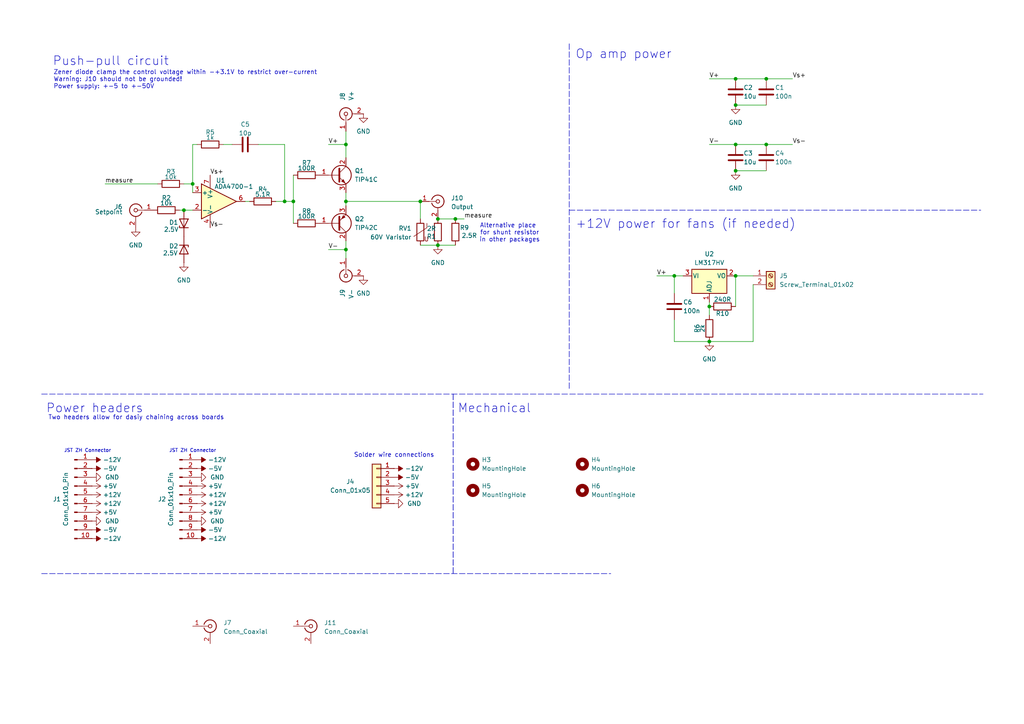
<source format=kicad_sch>
(kicad_sch (version 20250114) (generator "eeschema") (generator_version "9.0")
  (paper "A4")
  (title_block (title "Bipolar Current Driver") (company "UC Berkeley") (comment 1 "Y. Yang"))
  (lib_symbols
    (symbol "Amplifier_Operational:ADA4077-1xR" (pin_names (offset 0.127))
      (property "Reference" "U" (at 0 6.35 0))
      (property "Value" "ADA4077-1xR" (at 0 3.81 0))
      (symbol "ADA4077-1xR_0_1"
        (polyline (pts (xy -5.08 5.08) (xy 5.08 0) (xy -5.08 -5.08) (xy -5.08 5.08)) (stroke (width 0.254)) (fill (type background)))
      )
      (symbol "ADA4077-1xR_1_1"
        (pin input line (at -7.62 2.54 0) (length 2.54) (name "+") (number "3"))
        (pin input line (at -7.62 -2.54 0) (length 2.54) (name "-") (number "2"))
        (pin power_in line (at -2.54 7.62 270) (length 3.81) (name "V+") (number "7"))
        (pin no_connect line (at -2.54 2.54 270) (length 2.54) (hide yes) (name "NC") (number "1"))
        (pin power_in line (at -2.54 -7.62 90) (length 3.81) (name "V-") (number "4"))
        (pin no_connect line (at 0 2.54 270) (length 2.54) (hide yes) (name "NC") (number "5"))
        (pin no_connect line (at 0 -2.54 90) (length 2.54) (hide yes) (name "NC") (number "8"))
        (pin output line (at 7.62 0 180) (length 2.54) (name "~") (number "6"))
      )
    )
    (symbol "Connector:Conn_01x10_Pin" (pin_names (offset 1.016) (hide yes))
      (property "Reference" "J" (at 0 12.7 0))
      (property "Value" "Conn_01x10_Pin" (at 0 -15.24 0))
      (symbol "Conn_01x10_Pin_1_1"
        (rectangle (start 0.8636 10.287) (end 0 10.033) (stroke (width 0.1524)) (fill (type outline)))
        (rectangle (start 0.8636 7.747) (end 0 7.493) (stroke (width 0.1524)) (fill (type outline)))
        (rectangle (start 0.8636 5.207) (end 0 4.953) (stroke (width 0.1524)) (fill (type outline)))
        (rectangle (start 0.8636 2.667) (end 0 2.413) (stroke (width 0.1524)) (fill (type outline)))
        (rectangle (start 0.8636 0.127) (end 0 -0.127) (stroke (width 0.1524)) (fill (type outline)))
        (rectangle (start 0.8636 -2.413) (end 0 -2.667) (stroke (width 0.1524)) (fill (type outline)))
        (rectangle (start 0.8636 -4.953) (end 0 -5.207) (stroke (width 0.1524)) (fill (type outline)))
        (rectangle (start 0.8636 -7.493) (end 0 -7.747) (stroke (width 0.1524)) (fill (type outline)))
        (rectangle (start 0.8636 -10.033) (end 0 -10.287) (stroke (width 0.1524)) (fill (type outline)))
        (rectangle (start 0.8636 -12.573) (end 0 -12.827) (stroke (width 0.1524)) (fill (type outline)))
        (polyline (pts (xy 1.27 10.16) (xy 0.8636 10.16)) (stroke (width 0.1524)))
        (polyline (pts (xy 1.27 7.62) (xy 0.8636 7.62)) (stroke (width 0.1524)))
        (polyline (pts (xy 1.27 5.08) (xy 0.8636 5.08)) (stroke (width 0.1524)))
        (polyline (pts (xy 1.27 2.54) (xy 0.8636 2.54)) (stroke (width 0.1524)))
        (polyline (pts (xy 1.27 0) (xy 0.8636 0)) (stroke (width 0.1524)))
        (polyline (pts (xy 1.27 -2.54) (xy 0.8636 -2.54)) (stroke (width 0.1524)))
        (polyline (pts (xy 1.27 -5.08) (xy 0.8636 -5.08)) (stroke (width 0.1524)))
        (polyline (pts (xy 1.27 -7.62) (xy 0.8636 -7.62)) (stroke (width 0.1524)))
        (polyline (pts (xy 1.27 -10.16) (xy 0.8636 -10.16)) (stroke (width 0.1524)))
        (polyline (pts (xy 1.27 -12.7) (xy 0.8636 -12.7)) (stroke (width 0.1524)))
        (pin passive line (at 5.08 10.16 180) (length 3.81) (name "Pin_1") (number "1"))
        (pin passive line (at 5.08 7.62 180) (length 3.81) (name "Pin_2") (number "2"))
        (pin passive line (at 5.08 5.08 180) (length 3.81) (name "Pin_3") (number "3"))
        (pin passive line (at 5.08 2.54 180) (length 3.81) (name "Pin_4") (number "4"))
        (pin passive line (at 5.08 0 180) (length 3.81) (name "Pin_5") (number "5"))
        (pin passive line (at 5.08 -2.54 180) (length 3.81) (name "Pin_6") (number "6"))
        (pin passive line (at 5.08 -5.08 180) (length 3.81) (name "Pin_7") (number "7"))
        (pin passive line (at 5.08 -7.62 180) (length 3.81) (name "Pin_8") (number "8"))
        (pin passive line (at 5.08 -10.16 180) (length 3.81) (name "Pin_9") (number "9"))
        (pin passive line (at 5.08 -12.7 180) (length 3.81) (name "Pin_10") (number "10"))
      )
    )
    (symbol "Connector:Conn_Coaxial" (pin_names (offset 1.016) (hide yes))
      (property "Reference" "J" (at 0.254 3.048 0))
      (property "Value" "Conn_Coaxial" (at 2.921 0 90))
      (symbol "Conn_Coaxial_0_1"
        (polyline (pts (xy -2.54 0) (xy -0.508 0)))
        (arc (start 1.778 0) (mid 0.222 -1.8079) (end -1.778 -0.508) (stroke (width 0.254)))
        (arc (start -1.778 0.508) (mid 0.2221 1.8084) (end 1.778 0) (stroke (width 0.254)))
        (circle (center 0 0) (radius 0.508) (stroke (width 0.2032)))
        (polyline (pts (xy 0 -2.54) (xy 0 -1.778)))
      )
      (symbol "Conn_Coaxial_1_1"
        (pin passive line (at -5.08 0 0) (length 2.54) (name "In") (number "1"))
        (pin passive line (at 0 -5.08 90) (length 2.54) (name "Ext") (number "2"))
      )
    )
    (symbol "Connector_Generic:Conn_01x05" (pin_names (offset 1.016) (hide yes))
      (property "Reference" "J" (at 0 7.62 0))
      (property "Value" "Conn_01x05" (at 0 -7.62 0))
      (symbol "Conn_01x05_1_1"
        (rectangle (start -1.27 6.35) (end 1.27 -6.35) (stroke (width 0.254)) (fill (type background)))
        (rectangle (start -1.27 5.207) (end 0 4.953) (stroke (width 0.1524)))
        (rectangle (start -1.27 2.667) (end 0 2.413) (stroke (width 0.1524)))
        (rectangle (start -1.27 0.127) (end 0 -0.127) (stroke (width 0.1524)))
        (rectangle (start -1.27 -2.413) (end 0 -2.667) (stroke (width 0.1524)))
        (rectangle (start -1.27 -4.953) (end 0 -5.207) (stroke (width 0.1524)))
        (pin passive line (at -5.08 5.08 0) (length 3.81) (name "Pin_1") (number "1"))
        (pin passive line (at -5.08 2.54 0) (length 3.81) (name "Pin_2") (number "2"))
        (pin passive line (at -5.08 0 0) (length 3.81) (name "Pin_3") (number "3"))
        (pin passive line (at -5.08 -2.54 0) (length 3.81) (name "Pin_4") (number "4"))
        (pin passive line (at -5.08 -5.08 0) (length 3.81) (name "Pin_5") (number "5"))
      )
    )
    (symbol "Device:C" (pin_numbers (hide yes)) (pin_names (offset 0.254))
      (property "Reference" "C" (at 0.635 2.54 0))
      (property "Value" "C" (at 0.635 -2.54 0))
      (symbol "C_0_1"
        (polyline (pts (xy -2.032 0.762) (xy 2.032 0.762)) (stroke (width 0.508)))
        (polyline (pts (xy -2.032 -0.762) (xy 2.032 -0.762)) (stroke (width 0.508)))
      )
      (symbol "C_1_1"
        (pin passive line (at 0 3.81 270) (length 2.794) (name "~") (number "1"))
        (pin passive line (at 0 -3.81 90) (length 2.794) (name "~") (number "2"))
      )
    )
    (symbol "Device:D_Zener" (pin_numbers (hide yes)) (pin_names (offset 1.016) (hide yes))
      (property "Reference" "D" (at 0 2.54 0))
      (property "Value" "D_Zener" (at 0 -2.54 0))
      (symbol "D_Zener_0_1"
        (polyline (pts (xy -1.27 -1.27) (xy -1.27 1.27) (xy -0.762 1.27)) (stroke (width 0.254)))
        (polyline (pts (xy 1.27 0) (xy -1.27 0)))
        (polyline (pts (xy 1.27 -1.27) (xy 1.27 1.27) (xy -1.27 0) (xy 1.27 -1.27)) (stroke (width 0.254)))
      )
      (symbol "D_Zener_1_1"
        (pin passive line (at -3.81 0 0) (length 2.54) (name "K") (number "1"))
        (pin passive line (at 3.81 0 180) (length 2.54) (name "A") (number "2"))
      )
    )
    (symbol "Device:R" (pin_numbers (hide yes)) (pin_names (offset 0))
      (property "Reference" "R" (at 2.032 0 90))
      (property "Value" "R" (at 0 0 90))
      (symbol "R_0_1"
        (rectangle (start -1.016 -2.54) (end 1.016 2.54) (stroke (width 0.254)))
      )
      (symbol "R_1_1"
        (pin passive line (at 0 3.81 270) (length 1.27) (name "~") (number "1"))
        (pin passive line (at 0 -3.81 90) (length 1.27) (name "~") (number "2"))
      )
    )
    (symbol "Device:Varistor" (pin_numbers (hide yes)) (pin_names (offset 0))
      (property "Reference" "RV" (at 3.175 0 90))
      (property "Value" "Varistor" (at -3.175 0 90))
      (symbol "Varistor_0_0"
        (text "U" (at -1.778 -2.032 0) (effects (font (size 1.27 1.27))))
      )
      (symbol "Varistor_0_1"
        (polyline (pts (xy -1.905 2.54) (xy -1.905 1.27) (xy 1.905 -1.27)))
        (rectangle (start -1.016 -2.54) (end 1.016 2.54) (stroke (width 0.254)))
      )
      (symbol "Varistor_1_1"
        (pin passive line (at 0 3.81 270) (length 1.27) (name "~") (number "1"))
        (pin passive line (at 0 -3.81 90) (length 1.27) (name "~") (number "2"))
      )
    )
    (symbol "Mechanical:MountingHole" (pin_names (offset 1.016)) (exclude_from_sim yes) (in_bom no)
      (property "Reference" "H" (at 0 5.08 0))
      (property "Value" "MountingHole" (at 0 3.175 0))
      (symbol "MountingHole_0_1"
        (circle (center 0 0) (radius 1.27) (stroke (width 1.27)))
      )
    )
    (symbol "Regulator_Linear:LM317_TO-220" (pin_names (offset 0.254))
      (property "Reference" "U" (at -3.81 3.175 0))
      (property "Value" "LM317_TO-220" (at 0 3.175 0))
      (symbol "LM317_TO-220_0_1"
        (rectangle (start -5.08 1.905) (end 5.08 -5.08) (stroke (width 0.254)) (fill (type background)))
      )
      (symbol "LM317_TO-220_1_1"
        (pin power_in line (at -7.62 0 0) (length 2.54) (name "VI") (number "3"))
        (pin input line (at 0 -7.62 90) (length 2.54) (name "ADJ") (number "1"))
        (pin power_out line (at 7.62 0 180) (length 2.54) (name "VO") (number "2"))
      )
    )
    (symbol "Transistor_BJT:TIP41C" (pin_names (offset 0) (hide yes))
      (property "Reference" "Q" (at 6.35 1.905 0))
      (property "Value" "TIP41C" (at 6.35 0 0))
      (symbol "TIP41C_0_1"
        (polyline (pts (xy -2.54 0) (xy 0.635 0)))
        (polyline (pts (xy 0.635 1.905) (xy 0.635 -1.905)) (stroke (width 0.508)))
        (circle (center 1.27 0) (radius 2.8194) (stroke (width 0.254)))
      )
      (symbol "TIP41C_1_1"
        (polyline (pts (xy 0.635 0.635) (xy 2.54 2.54)))
        (polyline (pts (xy 0.635 -0.635) (xy 2.54 -2.54)))
        (polyline (pts (xy 1.27 -1.778) (xy 1.778 -1.27) (xy 2.286 -2.286) (xy 1.27 -1.778)) (fill (type outline)))
        (pin input line (at -5.08 0 0) (length 2.54) (name "B") (number "1"))
        (pin passive line (at 2.54 5.08 270) (length 2.54) (name "C") (number "2"))
        (pin passive line (at 2.54 -5.08 90) (length 2.54) (name "E") (number "3"))
      )
    )
    (symbol "Transistor_BJT:TIP42C" (pin_names (offset 0) (hide yes))
      (property "Reference" "Q" (at 6.35 1.905 0))
      (property "Value" "TIP42C" (at 6.35 0 0))
      (symbol "TIP42C_0_1"
        (polyline (pts (xy -2.54 0) (xy 0.635 0)))
        (polyline (pts (xy 0.635 1.905) (xy 0.635 -1.905)) (stroke (width 0.508)))
        (polyline (pts (xy 0.635 0.635) (xy 2.54 2.54)))
        (polyline (pts (xy 0.635 -0.635) (xy 2.54 -2.54)))
        (circle (center 1.27 0) (radius 2.8194) (stroke (width 0.254)))
        (polyline (pts (xy 2.286 -1.778) (xy 1.778 -2.286) (xy 1.27 -1.27) (xy 2.286 -1.778)) (fill (type outline)))
      )
      (symbol "TIP42C_1_1"
        (pin input line (at -5.08 0 0) (length 2.54) (name "B") (number "1"))
        (pin passive line (at 2.54 5.08 270) (length 2.54) (name "C") (number "2"))
        (pin passive line (at 2.54 -5.08 90) (length 2.54) (name "E") (number "3"))
      )
    )
    (symbol "matterwaves_symbol:Screw_Terminal_01x02" (pin_names (offset 1.016) (hide yes))
      (property "Reference" "J" (at 0 2.54 0))
      (property "Value" "Screw_Terminal_01x02" (at 0 -5.08 0))
      (symbol "Screw_Terminal_01x02_1_1"
        (rectangle (start -1.27 1.27) (end 1.27 -3.81) (stroke (width 0.254)) (fill (type background)))
        (polyline (pts (xy -0.5334 0.3302) (xy 0.3302 -0.508)) (stroke (width 0.1524)))
        (polyline (pts (xy -0.5334 -2.2098) (xy 0.3302 -3.048)) (stroke (width 0.1524)))
        (polyline (pts (xy -0.3556 0.508) (xy 0.508 -0.3302)) (stroke (width 0.1524)))
        (polyline (pts (xy -0.3556 -2.032) (xy 0.508 -2.8702)) (stroke (width 0.1524)))
        (circle (center 0 0) (radius 0.635) (stroke (width 0.1524)))
        (circle (center 0 -2.54) (radius 0.635) (stroke (width 0.1524)))
        (pin passive line (at -5.08 0 0) (length 3.81) (name "Pin_1") (number "1"))
        (pin passive line (at -5.08 -2.54 0) (length 3.81) (name "Pin_2") (number "2"))
      )
    )
    (symbol "power:+12V" (power) (pin_numbers (hide yes)) (pin_names (offset 0) (hide yes))
      (property "Value" "+12V" (at 0 3.556 0))
      (symbol "+12V_0_1"
        (polyline (pts (xy -0.762 1.27) (xy 0 2.54)))
        (polyline (pts (xy 0 2.54) (xy 0.762 1.27)))
        (polyline (pts (xy 0 0) (xy 0 2.54)))
      )
      (symbol "+12V_1_1"
        (pin power_in line (at 0 0 90) (length 0) (name "~") (number "1"))
      )
    )
    (symbol "power:+5V" (power) (pin_numbers (hide yes)) (pin_names (offset 0) (hide yes))
      (property "Value" "+5V" (at 0 3.556 0))
      (symbol "+5V_0_1"
        (polyline (pts (xy -0.762 1.27) (xy 0 2.54)))
        (polyline (pts (xy 0 2.54) (xy 0.762 1.27)))
        (polyline (pts (xy 0 0) (xy 0 2.54)))
      )
      (symbol "+5V_1_1"
        (pin power_in line (at 0 0 90) (length 0) (name "~") (number "1"))
      )
    )
    (symbol "power:-12V" (power) (pin_numbers (hide yes)) (pin_names (offset 0) (hide yes))
      (property "Value" "-12V" (at 0 3.556 0))
      (symbol "-12V_0_0"
        (pin power_in line (at 0 0 90) (length 0) (name "~") (number "1"))
      )
      (symbol "-12V_0_1"
        (polyline (pts (xy 0 0) (xy 0 1.27) (xy 0.762 1.27) (xy 0 2.54) (xy -0.762 1.27) (xy 0 1.27)) (fill (type outline)))
      )
    )
    (symbol "power:-5V" (power) (pin_numbers (hide yes)) (pin_names (offset 0) (hide yes))
      (property "Value" "-5V" (at 0 3.556 0))
      (symbol "-5V_0_0"
        (pin power_in line (at 0 0 90) (length 0) (name "~") (number "1"))
      )
      (symbol "-5V_0_1"
        (polyline (pts (xy 0 0) (xy 0 1.27) (xy 0.762 1.27) (xy 0 2.54) (xy -0.762 1.27) (xy 0 1.27)) (fill (type outline)))
      )
    )
    (symbol "power:GND" (power) (pin_numbers (hide yes)) (pin_names (offset 0) (hide yes))
      (property "Value" "GND" (at 0 -3.81 0))
      (symbol "GND_0_1"
        (polyline (pts (xy 0 0) (xy 0 -1.27) (xy 1.27 -1.27) (xy 0 -2.54) (xy -1.27 -1.27) (xy 0 -1.27)))
      )
      (symbol "GND_1_1"
        (pin power_in line (at 0 0 270) (length 0) (name "~") (number "1"))
      )
    )
  )
  (text "Solder wire connections" (at 114.3 132.08 0) (effects (font (size 1.27 1.27))))
  (text "+12V power for fans (if needed)" (at 166.878 66.548 0) (effects (font (size 2.54 2.54)) (justify left bottom)))
  (text "Mechanical" (at 132.715 120.015 0) (effects (font (size 2.54 2.54)) (justify left bottom)))
  (text "Alternative place \nfor shunt resistor\nin other packages" (at 147.828 67.564 0) (effects (font (size 1.27 1.27))))
  (text "JST ZH Connector" (at 55.88 130.81 0) (effects (font (size 1 1))))
  (text "Power headers" (at 13.335 120.015 0) (effects (font (size 2.54 2.54)) (justify left bottom)))
  (text "Zener diode clamp the control voltage within -+3.1V to restrict over-current\nWarning: J10 should not be grounded!\nPower supply: +-5 to +-50V" (at 15.494 25.908 0) (effects (font (size 1.27 1.27)) (justify left bottom)))
  (text "Two headers allow for dasiy chaining across boards" (at 13.97 121.92 0) (effects (font (size 1.27 1.27)) (justify left bottom)))
  (text "JST ZH Connector" (at 25.4 130.81 0) (effects (font (size 1 1))))
  (text "Op amp power" (at 166.878 17.272 0) (effects (font (size 2.54 2.54)) (justify left bottom)))
  (text "Push-pull circuit" (at 15.24 19.304 0) (effects (font (size 2.54 2.54)) (justify left bottom)))
  (junction (at 55.88 53.34))
  (junction (at 205.74 88.9))
  (junction (at 222.25 22.86))
  (junction (at 85.09 58.42))
  (junction (at 100.33 58.42))
  (junction (at 127 71.12))
  (junction (at 213.36 41.91))
  (junction (at 121.92 58.42))
  (junction (at 222.25 41.91))
  (junction (at 213.36 22.86))
  (junction (at 195.58 80.01))
  (junction (at 205.74 99.06))
  (junction (at 100.33 41.91))
  (junction (at 82.55 58.42))
  (junction (at 100.33 72.39))
  (junction (at 127 63.5))
  (junction (at 213.36 49.53))
  (junction (at 53.34 60.96))
  (junction (at 213.36 80.01))
  (junction (at 132.08 63.5))
  (junction (at 213.36 30.48))
  (wire (pts (xy 190.5 80.01) (xy 195.58 80.01)))
  (wire (pts (xy 213.36 30.48) (xy 222.25 30.48)))
  (wire (pts (xy 229.87 41.91) (xy 222.25 41.91)))
  (wire (pts (xy 82.55 41.91) (xy 82.55 58.42)))
  (polyline (pts (xy 12.065 166.37) (xy 177.165 166.37)) (stroke (width 0) (type dash)))
  (wire (pts (xy 85.09 50.8) (xy 85.09 58.42)))
  (wire (pts (xy 218.44 82.55) (xy 218.44 99.06)))
  (wire (pts (xy 67.31 41.91) (xy 64.77 41.91)))
  (wire (pts (xy 121.92 71.12) (xy 127 71.12)))
  (wire (pts (xy 195.58 80.01) (xy 198.12 80.01)))
  (wire (pts (xy 205.74 88.9) (xy 205.74 87.63)))
  (wire (pts (xy 53.34 60.96) (xy 55.88 60.96)))
  (wire (pts (xy 134.62 63.5) (xy 132.08 63.5)))
  (wire (pts (xy 127 71.12) (xy 132.08 71.12)))
  (polyline (pts (xy 12.065 114.3) (xy 285.115 114.3)) (stroke (width 0) (type dash)))
  (wire (pts (xy 95.25 72.39) (xy 100.33 72.39)))
  (wire (pts (xy 222.25 41.91) (xy 213.36 41.91)))
  (wire (pts (xy 100.33 74.93) (xy 100.33 72.39)))
  (wire (pts (xy 55.88 53.34) (xy 53.34 53.34)))
  (wire (pts (xy 100.33 72.39) (xy 100.33 69.85)))
  (wire (pts (xy 213.36 80.01) (xy 218.44 80.01)))
  (wire (pts (xy 218.44 99.06) (xy 205.74 99.06)))
  (wire (pts (xy 30.48 53.34) (xy 45.72 53.34)))
  (polyline (pts (xy 131.445 114.3) (xy 131.445 166.37)) (stroke (width 0) (type dash)))
  (wire (pts (xy 100.33 58.42) (xy 100.33 59.69)))
  (wire (pts (xy 95.25 41.91) (xy 100.33 41.91)))
  (wire (pts (xy 100.33 55.88) (xy 100.33 58.42)))
  (wire (pts (xy 100.33 38.1) (xy 100.33 41.91)))
  (polyline (pts (xy 165.1 60.96) (xy 284.48 60.96)) (stroke (width 0) (type dash)))
  (wire (pts (xy 55.88 53.34) (xy 55.88 41.91)))
  (wire (pts (xy 195.58 99.06) (xy 205.74 99.06)))
  (wire (pts (xy 74.93 41.91) (xy 82.55 41.91)))
  (wire (pts (xy 100.33 58.42) (xy 121.92 58.42)))
  (wire (pts (xy 195.58 80.01) (xy 195.58 85.09)))
  (wire (pts (xy 82.55 58.42) (xy 85.09 58.42)))
  (wire (pts (xy 205.74 22.86) (xy 213.36 22.86)))
  (wire (pts (xy 205.74 41.91) (xy 213.36 41.91)))
  (polyline (pts (xy 165.1 12.7) (xy 165.1 113.03)) (stroke (width 0) (type dash)))
  (polyline (pts (xy 131.445 114.3) (xy 131.445 166.37)) (stroke (width 0) (type dash)))
  (wire (pts (xy 213.36 49.53) (xy 222.25 49.53)))
  (wire (pts (xy 127 63.5) (xy 132.08 63.5)))
  (wire (pts (xy 71.12 58.42) (xy 72.39 58.42)))
  (wire (pts (xy 52.07 60.96) (xy 53.34 60.96)))
  (wire (pts (xy 55.88 41.91) (xy 57.15 41.91)))
  (wire (pts (xy 205.74 91.44) (xy 205.74 88.9)))
  (wire (pts (xy 213.36 80.01) (xy 213.36 88.9)))
  (wire (pts (xy 55.88 53.34) (xy 55.88 55.88)))
  (wire (pts (xy 82.55 58.42) (xy 80.01 58.42)))
  (wire (pts (xy 222.25 22.86) (xy 213.36 22.86)))
  (wire (pts (xy 85.09 58.42) (xy 85.09 64.77)))
  (wire (pts (xy 229.87 22.86) (xy 222.25 22.86)))
  (wire (pts (xy 100.33 41.91) (xy 100.33 45.72)))
  (wire (pts (xy 121.92 58.42) (xy 121.92 63.5)))
  (wire (pts (xy 195.58 92.71) (xy 195.58 99.06)))
  (label "V+" (at 95.25 41.91 0))
  (label "measure" (at 30.48 53.34 0))
  (label "Vs+" (at 60.96 50.8 0))
  (label "Vs+" (at 229.87 22.86 0))
  (label "V-" (at 95.25 72.39 0))
  (label "Vs-" (at 60.96 66.04 0))
  (label "measure" (at 134.62 63.5 0))
  (label "V+" (at 205.74 22.86 0))
  (label "V-" (at 205.74 41.91 0))
  (label "V+" (at 190.5 80.01 0))
  (label "Vs-" (at 229.87 41.91 0))
  (symbol (lib_id "power:-12V") (at 114.3 135.89 270) (unit 1)
    (property "Reference" "#PWR023" (effects (hide yes)))
    (property "Value" "-12V" (at 117.475 135.89 90) (effects (justify left)))
    (property "Description" "Power symbol creates a global label with name \"-12V\"" (effects (hide yes)))
  )
  (symbol (lib_id "power:GND") (at 105.41 33.02 0) (unit 1)
    (property "Reference" "#PWR021" (effects (hide yes)))
    (property "Value" "GND" (at 105.41 38.1 0))
    (property "Description" "Power symbol creates a global label with name \"GND\" , ground" (effects (hide yes)))
  )
  (symbol (lib_id "Device:R") (at 132.08 67.31 0) (unit 1)
    (property "Reference" "R9" (at 133.35 66.04 0) (effects (justify left)))
    (property "Value" "2.5R" (at 133.858 68.326 0) (effects (justify left)))
    (property "Footprint" "Resistor_THT:R_Axial_Power_L25.0mm_W9.0mm_P30.48mm" (effects (hide yes)))
    (property "Description" "Resistor" (effects (hide yes)))
    (property "LCSC" "C19708020" (effects (hide yes)))
  )
  (symbol (lib_id "Device:R") (at 88.9 64.77 90) (unit 1)
    (property "Reference" "R8" (at 88.9 61.214 90))
    (property "Value" "100R" (at 88.9 62.738 90))
    (property "Footprint" "Resistor_THT:R_Axial_DIN0207_L6.3mm_D2.5mm_P10.16mm_Horizontal" (effects (hide yes)))
    (property "Description" "Resistor" (effects (hide yes)))
    (property "LCSC" "C57438" (effects (hide yes)))
  )
  (symbol (lib_id "Mechanical:MountingHole") (at 137.16 134.62 0) (unit 1) (exclude_from_sim yes) (in_bom no)
    (property "Reference" "H3" (at 139.7 133.3499 0) (effects (justify left)))
    (property "Value" "MountingHole" (at 139.7 135.8899 0) (effects (justify left)))
    (property "Footprint" "MountingHole:MountingHole_3.2mm_M3" (effects (hide yes)))
    (property "Description" "Mounting Hole without connection" (effects (hide yes)))
  )
  (symbol (lib_id "Transistor_BJT:TIP41C") (at 97.79 50.8 0) (unit 1)
    (property "Reference" "Q1" (at 102.87 49.5299 0) (effects (justify left)))
    (property "Value" "TIP41C" (at 102.87 52.0699 0) (effects (justify left)))
    (property "Footprint" "Package_TO_SOT_THT:TO-220-3_Horizontal_TabUp" (effects (hide yes)))
    (property "Datasheet" "https://www.centralsemi.com/get_document.php?cmp=1&mergetype=pd&mergepath=pd&pdf_id=tip41.PDF" (effects (hide yes)))
    (property "Description" "6A Ic, 100V Vce, Power NPN Transistor, TO-220" (effects (hide yes)))
    (property "LCSC" "C92310" (effects (hide yes)))
  )
  (symbol (lib_id "power:-12V") (at 57.15 156.21 270) (unit 1)
    (property "Reference" "#PWR020" (effects (hide yes)))
    (property "Value" "-12V" (at 60.325 156.21 90) (effects (justify left)))
    (property "Description" "Power symbol creates a global label with name \"-12V\"" (effects (hide yes)))
  )
  (symbol (lib_id "power:GND") (at 114.3 146.05 90) (unit 1)
    (property "Reference" "#PWR027" (effects (hide yes)))
    (property "Value" "GND" (at 118.11 146.05 90) (effects (justify right)))
    (property "Description" "Power symbol creates a global label with name \"GND\" , ground" (effects (hide yes)))
  )
  (symbol (lib_id "power:+12V") (at 26.67 146.05 270) (unit 1)
    (property "Reference" "#PWR06" (effects (hide yes)))
    (property "Value" "+12V" (at 29.845 146.05 90) (effects (justify left)))
    (property "Description" "Power symbol creates a global label with name \"+12V\"" (effects (hide yes)))
  )
  (symbol (lib_id "power:GND") (at 57.15 151.13 90) (unit 1)
    (property "Reference" "#PWR018" (effects (hide yes)))
    (property "Value" "GND" (at 60.96 151.13 90) (effects (justify right)))
    (property "Description" "Power symbol creates a global label with name \"GND\" , ground" (effects (hide yes)))
  )
  (symbol (lib_id "power:GND") (at 53.34 76.2 0) (unit 1)
    (property "Reference" "#PWR035" (effects (hide yes)))
    (property "Value" "GND" (at 53.34 81.28 0))
    (property "Description" "Power symbol creates a global label with name \"GND\" , ground" (effects (hide yes)))
  )
  (symbol (lib_id "power:+5V") (at 26.67 140.97 270) (unit 1)
    (property "Reference" "#PWR04" (effects (hide yes)))
    (property "Value" "+5V" (at 29.845 140.97 90) (effects (justify left)))
    (property "Description" "Power symbol creates a global label with name \"+5V\"" (effects (hide yes)))
  )
  (symbol (lib_id "Device:R") (at 76.2 58.42 90) (unit 1)
    (property "Reference" "R4" (at 76.2 54.864 90))
    (property "Value" "5.1R" (at 76.2 56.388 90))
    (property "Footprint" "Resistor_THT:R_Axial_DIN0207_L6.3mm_D2.5mm_P10.16mm_Horizontal" (effects (hide yes)))
    (property "Description" "Resistor" (effects (hide yes)))
    (property "LCSC" "C58639" (effects (hide yes)))
  )
  (symbol (lib_id "Device:C") (at 213.36 26.67 0) (unit 1)
    (property "Reference" "C2" (at 215.646 25.4 0) (effects (justify left)))
    (property "Value" "10u" (at 215.646 27.94 0) (effects (justify left)))
    (property "Footprint" "Capacitor_THT:C_Disc_D4.3mm_W1.9mm_P5.00mm" (effects (hide yes)))
    (property "Description" "Unpolarized capacitor" (effects (hide yes)))
    (property "LCSC" "C2761740 " (effects (hide yes)))
  )
  (symbol (lib_id "power:GND") (at 105.41 80.01 0) (unit 1)
    (property "Reference" "#PWR022" (effects (hide yes)))
    (property "Value" "GND" (at 105.41 85.09 0))
    (property "Description" "Power symbol creates a global label with name \"GND\" , ground" (effects (hide yes)))
  )
  (symbol (lib_id "Device:C") (at 71.12 41.91 90) (unit 1)
    (property "Reference" "C5" (at 71.12 36.068 90))
    (property "Value" "10p" (at 71.12 38.608 90))
    (property "Footprint" "Capacitor_THT:C_Disc_D5.0mm_W2.5mm_P5.00mm" (effects (hide yes)))
    (property "Description" "Unpolarized capacitor" (effects (hide yes)))
    (property "LCSC" "C123155" (effects (hide yes)))
  )
  (symbol (lib_id "power:+12V") (at 57.15 143.51 270) (unit 1)
    (property "Reference" "#PWR015" (effects (hide yes)))
    (property "Value" "+12V" (at 60.325 143.51 90) (effects (justify left)))
    (property "Description" "Power symbol creates a global label with name \"+12V\"" (effects (hide yes)))
  )
  (symbol (lib_id "Connector:Conn_Coaxial") (at 127 58.42 0) (unit 1)
    (property "Reference" "J10" (at 130.81 57.4431 0) (effects (justify left)))
    (property "Value" "Output" (at 130.81 59.9831 0) (effects (justify left)))
    (property "Footprint" "Connector_Coaxial:SMA_Molex_73251-1153_EdgeMount_Horizontal" (effects (hide yes)))
    (property "Description" "coaxial connector (BNC, SMA, SMB, SMC, Cinch/RCA, LEMO, ...)" (effects (hide yes)))
    (property "Digikey PN" "900-0732511153-ND" (effects (hide yes)))
  )
  (symbol (lib_id "Connector:Conn_Coaxial") (at 60.96 181.61 0) (unit 1)
    (property "Reference" "J7" (at 64.77 180.6331 0) (effects (justify left)))
    (property "Value" "Conn_Coaxial" (at 64.77 183.1731 0) (effects (justify left)))
    (property "Footprint" "Connector_Coaxial:SMA_Molex_73251-1153_EdgeMount_Horizontal" (effects (hide yes)))
    (property "Description" "coaxial connector (BNC, SMA, SMB, SMC, Cinch/RCA, LEMO, ...)" (effects (hide yes)))
    (property "Digikey PN" "900-0732511153-ND" (effects (hide yes)))
  )
  (symbol (lib_id "power:GND") (at 26.67 138.43 90) (unit 1)
    (property "Reference" "#PWR03" (effects (hide yes)))
    (property "Value" "GND" (at 30.48 138.43 90) (effects (justify right)))
    (property "Description" "Power symbol creates a global label with name \"GND\" , ground" (effects (hide yes)))
  )
  (symbol (lib_id "Connector:Conn_01x10_Pin") (at 21.59 143.51 0) (unit 1)
    (property "Reference" "J1" (at 16.51 144.78 0))
    (property "Value" "Conn_01x10_Pin" (at 19.05 144.78 90))
    (property "Footprint" "Connector_JST:JST_ZH_B10B-ZR_1x10_P1.50mm_Vertical" (effects (hide yes)))
    (property "Description" "Generic connector, single row, 01x10, script generated" (effects (hide yes)))
    (property "Digikey PN" "455-S10B-ZR-ND" (effects (hide yes)))
  )
  (symbol (lib_id "Connector_Generic:Conn_01x05") (at 109.22 140.97 0) (mirror y) (unit 1)
    (property "Reference" "J4" (at 101.6 139.7 0))
    (property "Value" "Conn_01x05" (at 101.6 142.24 0))
    (property "Footprint" "Connector_Wire:SolderWire-0.75sqmm_1x05_P4.8mm_D1.25mm_OD2.3mm" (effects (hide yes)))
    (property "Description" "Generic connector, single row, 01x05, script generated (kicad-library-utils/schlib/autogen/connector/)" (effects (hide yes)))
  )
  (symbol (lib_id "Device:C") (at 222.25 45.72 0) (unit 1)
    (property "Reference" "C4" (at 224.79 44.45 0) (effects (justify left)))
    (property "Value" "100n" (at 224.79 46.99 0) (effects (justify left)))
    (property "Footprint" "Capacitor_SMD:C_1206_3216Metric_Pad1.33x1.80mm_HandSolder" (effects (hide yes)))
    (property "Description" "Unpolarized capacitor" (effects (hide yes)))
    (property "LCSC" "C1945" (effects (hide yes)))
  )
  (symbol (lib_id "power:+5V") (at 57.15 140.97 270) (unit 1)
    (property "Reference" "#PWR014" (effects (hide yes)))
    (property "Value" "+5V" (at 60.325 140.97 90) (effects (justify left)))
    (property "Description" "Power symbol creates a global label with name \"+5V\"" (effects (hide yes)))
  )
  (symbol (lib_id "power:GND") (at 39.37 66.04 0) (unit 1)
    (property "Reference" "#PWR032" (effects (hide yes)))
    (property "Value" "GND" (at 39.37 71.12 0))
    (property "Description" "Power symbol creates a global label with name \"GND\" , ground" (effects (hide yes)))
  )
  (symbol (lib_id "Device:C") (at 213.36 45.72 0) (unit 1)
    (property "Reference" "C3" (at 215.646 44.45 0) (effects (justify left)))
    (property "Value" "10u" (at 215.646 46.99 0) (effects (justify left)))
    (property "Footprint" "Capacitor_THT:C_Disc_D4.3mm_W1.9mm_P5.00mm" (effects (hide yes)))
    (property "Description" "Unpolarized capacitor" (effects (hide yes)))
    (property "LCSC" "C2761740 " (effects (hide yes)))
  )
  (symbol (lib_id "Device:R") (at 127 67.31 180) (unit 1)
    (property "Reference" "R1" (at 126.492 68.58 0) (effects (justify left)))
    (property "Value" "2R" (at 126.492 66.294 0) (effects (justify left)))
    (property "Footprint" "Package_TO_SOT_THT:TO-220-2_Horizontal_TabUp" (effects (hide yes)))
    (property "Description" "Resistor" (effects (hide yes)))
    (property "LCSC" "C19708020" (effects (hide yes)))
  )
  (symbol (lib_id "power:+5V") (at 26.67 148.59 270) (unit 1)
    (property "Reference" "#PWR07" (effects (hide yes)))
    (property "Value" "+5V" (at 29.845 148.59 90) (effects (justify left)))
    (property "Description" "Power symbol creates a global label with name \"+5V\"" (effects (hide yes)))
  )
  (symbol (lib_id "Device:D_Zener") (at 53.34 64.77 90) (unit 1)
    (property "Reference" "D1" (at 49.022 64.516 90) (effects (justify right)))
    (property "Value" "2.5V" (at 47.498 66.548 90) (effects (justify right)))
    (property "Footprint" "Diode_THT:D_DO-35_SOD27_P10.16mm_Horizontal" (effects (hide yes)))
    (property "Description" "Zener diode" (effects (hide yes)))
    (property "LCSC" "C118643 " (effects (hide yes)))
  )
  (symbol (lib_id "power:-5V") (at 26.67 153.67 270) (unit 1)
    (property "Reference" "#PWR09" (effects (hide yes)))
    (property "Value" "-5V" (at 29.845 153.67 90) (effects (justify left)))
    (property "Description" "Power symbol creates a global label with name \"-5V\"" (effects (hide yes)))
  )
  (symbol (lib_id "power:GND") (at 57.15 138.43 90) (unit 1)
    (property "Reference" "#PWR013" (effects (hide yes)))
    (property "Value" "GND" (at 60.96 138.43 90) (effects (justify right)))
    (property "Description" "Power symbol creates a global label with name \"GND\" , ground" (effects (hide yes)))
  )
  (symbol (lib_id "Device:C") (at 195.58 88.9 0) (unit 1)
    (property "Reference" "C6" (at 198.12 87.63 0) (effects (justify left)))
    (property "Value" "100n" (at 198.12 90.17 0) (effects (justify left)))
    (property "Footprint" "Capacitor_SMD:C_1206_3216Metric_Pad1.33x1.80mm_HandSolder" (effects (hide yes)))
    (property "Description" "Unpolarized capacitor" (effects (hide yes)))
    (property "LCSC" "C1945" (effects (hide yes)))
  )
  (symbol (lib_id "power:GND") (at 26.67 151.13 90) (unit 1)
    (property "Reference" "#PWR08" (effects (hide yes)))
    (property "Value" "GND" (at 30.48 151.13 90) (effects (justify right)))
    (property "Description" "Power symbol creates a global label with name \"GND\" , ground" (effects (hide yes)))
  )
  (symbol (lib_id "Device:R") (at 88.9 50.8 90) (unit 1)
    (property "Reference" "R7" (at 88.9 47.244 90))
    (property "Value" "100R" (at 88.9 48.768 90))
    (property "Footprint" "Resistor_THT:R_Axial_DIN0207_L6.3mm_D2.5mm_P10.16mm_Horizontal" (effects (hide yes)))
    (property "Description" "Resistor" (effects (hide yes)))
    (property "LCSC" "C57438" (effects (hide yes)))
  )
  (symbol (lib_id "power:GND") (at 213.36 49.53 0) (unit 1)
    (property "Reference" "#PWR034" (effects (hide yes)))
    (property "Value" "GND" (at 213.36 54.61 0))
    (property "Description" "Power symbol creates a global label with name \"GND\" , ground" (effects (hide yes)))
  )
  (symbol (lib_id "power:+12V") (at 57.15 146.05 270) (unit 1)
    (property "Reference" "#PWR016" (effects (hide yes)))
    (property "Value" "+12V" (at 60.325 146.05 90) (effects (justify left)))
    (property "Description" "Power symbol creates a global label with name \"+12V\"" (effects (hide yes)))
  )
  (symbol (lib_id "Device:Varistor") (at 121.92 67.31 0) (mirror y) (unit 1)
    (property "Reference" "RV1" (at 119.38 66.2332 0) (effects (justify left)))
    (property "Value" "60V Varistor" (at 119.38 68.7732 0) (effects (justify left)))
    (property "Footprint" "Varistor:RV_Disc_D15.5mm_W6.4mm_P7.5mm" (effects (hide yes)))
    (property "Description" "Voltage dependent resistor" (effects (hide yes)))
    (property "Sim.Name" "kicad_builtin_varistor" (effects (hide yes)))
    (property "Sim.Device" "SUBCKT" (effects (hide yes)))
    (property "Sim.Pins" "1=A 2=B" (effects (hide yes)))
    (property "Sim.Params" "threshold=1k" (effects (hide yes)))
    (property "Sim.Library" "${KICAD7_SYMBOL_DIR}/Simulation_SPICE.sp" (effects (hide yes)))
  )
  (symbol (lib_id "power:-5V") (at 57.15 153.67 270) (unit 1)
    (property "Reference" "#PWR019" (effects (hide yes)))
    (property "Value" "-5V" (at 60.325 153.67 90) (effects (justify left)))
    (property "Description" "Power symbol creates a global label with name \"-5V\"" (effects (hide yes)))
  )
  (symbol (lib_id "Transistor_BJT:TIP42C") (at 97.79 64.77 0) (mirror x) (unit 1)
    (property "Reference" "Q2" (at 102.87 63.4999 0) (effects (justify left)))
    (property "Value" "TIP42C" (at 102.87 66.0399 0) (effects (justify left)))
    (property "Footprint" "Package_TO_SOT_THT:TO-220-3_Horizontal_TabUp" (effects (hide yes)))
    (property "Datasheet" "https://www.centralsemi.com/get_document.php?cmp=1&mergetype=pd&mergepath=pd&pdf_id=TIP42.PDF" (effects (hide yes)))
    (property "Description" "-6A Ic, -100V Vce, Power PNP Transistor, TO-220" (effects (hide yes)))
    (property "LCSC" "C92311" (effects (hide yes)))
  )
  (symbol (lib_id "Device:R") (at 49.53 53.34 90) (unit 1)
    (property "Reference" "R3" (at 49.53 49.784 90))
    (property "Value" "10k" (at 49.53 51.308 90))
    (property "Footprint" "Resistor_THT:R_Axial_DIN0207_L6.3mm_D2.5mm_P10.16mm_Horizontal" (effects (hide yes)))
    (property "Description" "Resistor" (effects (hide yes)))
    (property "LCSC" "C57204" (effects (hide yes)))
  )
  (symbol (lib_id "Connector:Conn_Coaxial") (at 90.17 181.61 0) (unit 1)
    (property "Reference" "J11" (at 93.98 180.6331 0) (effects (justify left)))
    (property "Value" "Conn_Coaxial" (at 93.98 183.1731 0) (effects (justify left)))
    (property "Footprint" "Connector_Coaxial:SMA_Molex_73251-1153_EdgeMount_Horizontal" (effects (hide yes)))
    (property "Description" "coaxial connector (BNC, SMA, SMB, SMC, Cinch/RCA, LEMO, ...)" (effects (hide yes)))
    (property "Digikey PN" "900-0732511153-ND" (effects (hide yes)))
  )
  (symbol (lib_id "power:GND") (at 213.36 30.48 0) (unit 1)
    (property "Reference" "#PWR030" (effects (hide yes)))
    (property "Value" "GND" (at 213.36 35.56 0))
    (property "Description" "Power symbol creates a global label with name \"GND\" , ground" (effects (hide yes)))
  )
  (symbol (lib_id "Regulator_Linear:LM317_TO-220") (at 205.74 80.01 0) (unit 1)
    (property "Reference" "U2" (at 205.74 73.66 0))
    (property "Value" "LM317HV" (at 205.74 76.2 0))
    (property "Footprint" "Package_TO_SOT_THT:TO-220-3_Horizontal_TabUp" (effects (hide yes)))
    (property "Datasheet" "http://www.ti.com/lit/ds/symlink/lm317.pdf" (effects (hide yes)))
    (property "Description" "1.5A 35V Adjustable Linear Regulator, TO-220" (effects (hide yes)))
    (property "LCSC" "C468256" (effects (hide yes)))
  )
  (symbol (lib_id "Mechanical:MountingHole") (at 137.16 142.24 0) (unit 1) (exclude_from_sim yes) (in_bom no)
    (property "Reference" "H5" (at 139.7 140.9699 0) (effects (justify left)))
    (property "Value" "MountingHole" (at 139.7 143.5099 0) (effects (justify left)))
    (property "Footprint" "MountingHole:MountingHole_3.2mm_M3" (effects (hide yes)))
    (property "Description" "Mounting Hole without connection" (effects (hide yes)))
  )
  (symbol (lib_id "Mechanical:MountingHole") (at 168.91 142.24 0) (unit 1) (exclude_from_sim yes) (in_bom no)
    (property "Reference" "H6" (at 171.45 140.9699 0) (effects (justify left)))
    (property "Value" "MountingHole" (at 171.45 143.5099 0) (effects (justify left)))
    (property "Footprint" "MountingHole:MountingHole_3.2mm_M3" (effects (hide yes)))
    (property "Description" "Mounting Hole without connection" (effects (hide yes)))
  )
  (symbol (lib_id "Device:R") (at 209.55 88.9 90) (unit 1)
    (property "Reference" "R10" (at 209.55 90.932 90))
    (property "Value" "240R" (at 209.55 86.868 90))
    (property "Footprint" "Resistor_SMD:R_1206_3216Metric_Pad1.30x1.75mm_HandSolder" (effects (hide yes)))
    (property "Description" "Resistor" (effects (hide yes)))
    (property "LCSC" "C17961" (effects (hide yes)))
  )
  (symbol (lib_id "matterwaves_symbol:Screw_Terminal_01x02") (at 223.52 80.01 0) (unit 1)
    (property "Reference" "J5" (at 226.06 80.0099 0) (effects (justify left)))
    (property "Value" "Screw_Terminal_01x02" (at 226.06 82.5499 0) (effects (justify left)))
    (property "Footprint" "TerminalBlock:TerminalBlock_Altech_AK300-2_P5.00mm" (effects (hide yes)))
    (property "Description" "Generic screw terminal, single row, 01x02, script generated (kicad-library-utils/schlib/autogen/connector/)" (effects (hide yes)))
    (property "Digi-Key Part Number" "102-6145-ND" (effects (hide yes)))
    (property "LCSC" "C3703" (effects (hide yes)))
  )
  (symbol (lib_id "power:-12V") (at 57.15 133.35 270) (unit 1)
    (property "Reference" "#PWR011" (effects (hide yes)))
    (property "Value" "-12V" (at 60.325 133.35 90) (effects (justify left)))
    (property "Description" "Power symbol creates a global label with name \"-12V\"" (effects (hide yes)))
  )
  (symbol (lib_id "Connector:Conn_Coaxial") (at 100.33 33.02 90) (unit 1)
    (property "Reference" "J8" (at 99.3531 29.21 0) (effects (justify left)))
    (property "Value" "V+" (at 101.8931 29.21 0) (effects (justify left)))
    (property "Footprint" "Connector_Coaxial:SMA_Molex_73251-1153_EdgeMount_Horizontal" (effects (hide yes)))
    (property "Description" "coaxial connector (BNC, SMA, SMB, SMC, Cinch/RCA, LEMO, ...)" (effects (hide yes)))
    (property "Digikey PN" "900-0732511153-ND" (effects (hide yes)))
  )
  (symbol (lib_id "power:+12V") (at 26.67 143.51 270) (unit 1)
    (property "Reference" "#PWR05" (effects (hide yes)))
    (property "Value" "+12V" (at 29.845 143.51 90) (effects (justify left)))
    (property "Description" "Power symbol creates a global label with name \"+12V\"" (effects (hide yes)))
  )
  (symbol (lib_id "power:-12V") (at 26.67 156.21 270) (unit 1)
    (property "Reference" "#PWR010" (effects (hide yes)))
    (property "Value" "-12V" (at 29.845 156.21 90) (effects (justify left)))
    (property "Description" "Power symbol creates a global label with name \"-12V\"" (effects (hide yes)))
  )
  (symbol (lib_id "power:-5V") (at 26.67 135.89 270) (unit 1)
    (property "Reference" "#PWR02" (effects (hide yes)))
    (property "Value" "-5V" (at 29.845 135.89 90) (effects (justify left)))
    (property "Description" "Power symbol creates a global label with name \"-5V\"" (effects (hide yes)))
  )
  (symbol (lib_id "Device:D_Zener") (at 53.34 72.39 270) (unit 1)
    (property "Reference" "D2" (at 49.022 71.374 90) (effects (justify left)))
    (property "Value" "2.5V" (at 47.244 73.406 90) (effects (justify left)))
    (property "Footprint" "Diode_THT:D_DO-35_SOD27_P10.16mm_Horizontal" (effects (hide yes)))
    (property "Description" "Zener diode" (effects (hide yes)))
    (property "LCSC" "C118643 " (effects (hide yes)))
  )
  (symbol (lib_id "Mechanical:MountingHole") (at 168.91 134.62 0) (unit 1) (exclude_from_sim yes) (in_bom no)
    (property "Reference" "H4" (at 171.45 133.3499 0) (effects (justify left)))
    (property "Value" "MountingHole" (at 171.45 135.8899 0) (effects (justify left)))
    (property "Footprint" "MountingHole:MountingHole_3.2mm_M3" (effects (hide yes)))
    (property "Description" "Mounting Hole without connection" (effects (hide yes)))
  )
  (symbol (lib_id "power:+12V") (at 114.3 143.51 270) (unit 1)
    (property "Reference" "#PWR026" (effects (hide yes)))
    (property "Value" "+12V" (at 117.475 143.51 90) (effects (justify left)))
    (property "Description" "Power symbol creates a global label with name \"+12V\"" (effects (hide yes)))
  )
  (symbol (lib_id "Connector:Conn_Coaxial") (at 100.33 80.01 90) (mirror x) (unit 1)
    (property "Reference" "J9" (at 99.3531 83.82 0) (effects (justify left)))
    (property "Value" "V-" (at 101.8931 83.82 0) (effects (justify left)))
    (property "Footprint" "Connector_Coaxial:SMA_Molex_73251-1153_EdgeMount_Horizontal" (effects (hide yes)))
    (property "Description" "coaxial connector (BNC, SMA, SMB, SMC, Cinch/RCA, LEMO, ...)" (effects (hide yes)))
    (property "Digikey PN" "900-0732511153-ND" (effects (hide yes)))
  )
  (symbol (lib_id "power:GND") (at 127 71.12 0) (unit 1)
    (property "Reference" "#PWR031" (effects (hide yes)))
    (property "Value" "GND" (at 127 76.2 0))
    (property "Description" "Power symbol creates a global label with name \"GND\" , ground" (effects (hide yes)))
  )
  (symbol (lib_id "Device:R") (at 60.96 41.91 90) (unit 1)
    (property "Reference" "R5" (at 60.96 38.354 90))
    (property "Value" "1k" (at 60.96 39.878 90))
    (property "Footprint" "Resistor_THT:R_Axial_DIN0207_L6.3mm_D2.5mm_P10.16mm_Horizontal" (effects (hide yes)))
    (property "Description" "Resistor" (effects (hide yes)))
    (property "LCSC" "C57435" (effects (hide yes)))
  )
  (symbol (lib_id "power:-12V") (at 26.67 133.35 270) (unit 1)
    (property "Reference" "#PWR01" (effects (hide yes)))
    (property "Value" "-12V" (at 29.845 133.35 90) (effects (justify left)))
    (property "Description" "Power symbol creates a global label with name \"-12V\"" (effects (hide yes)))
  )
  (symbol (lib_id "Device:R") (at 48.26 60.96 90) (unit 1)
    (property "Reference" "R2" (at 48.26 57.404 90))
    (property "Value" "10k" (at 48.26 58.928 90))
    (property "Footprint" "Resistor_THT:R_Axial_DIN0207_L6.3mm_D2.5mm_P10.16mm_Horizontal" (effects (hide yes)))
    (property "Description" "Resistor" (effects (hide yes)))
    (property "LCSC" "C57204" (effects (hide yes)))
  )
  (symbol (lib_id "power:-5V") (at 114.3 138.43 270) (unit 1)
    (property "Reference" "#PWR024" (effects (hide yes)))
    (property "Value" "-5V" (at 117.475 138.43 90) (effects (justify left)))
    (property "Description" "Power symbol creates a global label with name \"-5V\"" (effects (hide yes)))
  )
  (symbol (lib_id "power:+5V") (at 114.3 140.97 270) (unit 1)
    (property "Reference" "#PWR025" (effects (hide yes)))
    (property "Value" "+5V" (at 117.475 140.97 90) (effects (justify left)))
    (property "Description" "Power symbol creates a global label with name \"+5V\"" (effects (hide yes)))
  )
  (symbol (lib_id "Device:C") (at 222.25 26.67 0) (unit 1)
    (property "Reference" "C1" (at 224.79 25.4 0) (effects (justify left)))
    (property "Value" "100n" (at 224.79 27.94 0) (effects (justify left)))
    (property "Footprint" "Capacitor_SMD:C_1206_3216Metric_Pad1.33x1.80mm_HandSolder" (effects (hide yes)))
    (property "Description" "Unpolarized capacitor" (effects (hide yes)))
    (property "LCSC" "C1945" (effects (hide yes)))
  )
  (symbol (lib_id "power:GND") (at 205.74 99.06 0) (unit 1)
    (property "Reference" "#PWR028" (effects (hide yes)))
    (property "Value" "GND" (at 205.74 104.14 0))
    (property "Description" "Power symbol creates a global label with name \"GND\" , ground" (effects (hide yes)))
  )
  (symbol (lib_id "power:+5V") (at 57.15 148.59 270) (unit 1)
    (property "Reference" "#PWR017" (effects (hide yes)))
    (property "Value" "+5V" (at 60.325 148.59 90) (effects (justify left)))
    (property "Description" "Power symbol creates a global label with name \"+5V\"" (effects (hide yes)))
  )
  (symbol (lib_id "Connector:Conn_Coaxial") (at 39.37 60.96 0) (mirror y) (unit 1)
    (property "Reference" "J6" (at 35.56 59.9831 0) (effects (justify left)))
    (property "Value" "Setpoint" (at 35.56 61.468 0) (effects (justify left)))
    (property "Footprint" "Connector_Coaxial:SMA_Molex_73251-1153_EdgeMount_Horizontal" (effects (hide yes)))
    (property "Description" "coaxial connector (BNC, SMA, SMB, SMC, Cinch/RCA, LEMO, ...)" (effects (hide yes)))
    (property "Digikey PN" "900-0732511153-ND" (effects (hide yes)))
  )
  (symbol (lib_id "Connector:Conn_01x10_Pin") (at 52.07 143.51 0) (unit 1)
    (property "Reference" "J2" (at 46.99 144.78 0))
    (property "Value" "Conn_01x10_Pin" (at 49.53 144.78 90))
    (property "Footprint" "Connector_JST:JST_ZH_B10B-ZR_1x10_P1.50mm_Vertical" (effects (hide yes)))
    (property "Description" "Generic connector, single row, 01x10, script generated" (effects (hide yes)))
    (property "Digikey PN" "455-S10B-ZR-ND" (effects (hide yes)))
  )
  (symbol (lib_id "power:-5V") (at 57.15 135.89 270) (unit 1)
    (property "Reference" "#PWR012" (effects (hide yes)))
    (property "Value" "-5V" (at 60.325 135.89 90) (effects (justify left)))
    (property "Description" "Power symbol creates a global label with name \"-5V\"" (effects (hide yes)))
  )
  (symbol (lib_id "Device:R") (at 205.74 95.25 180) (unit 1)
    (property "Reference" "R6" (at 202.184 95.25 90))
    (property "Value" "2k" (at 203.708 95.25 90))
    (property "Footprint" "Resistor_SMD:R_1206_3216Metric_Pad1.30x1.75mm_HandSolder" (effects (hide yes)))
    (property "Description" "Resistor" (effects (hide yes)))
    (property "LCSC" "C17944" (effects (hide yes)))
  )
  (symbol (lib_id "Amplifier_Operational:ADA4077-1xR") (at 63.5 58.42 0) (unit 1)
    (property "Reference" "U1" (at 64.008 52.324 0))
    (property "Value" "ADA4700-1" (at 67.818 54.102 0))
    (property "Footprint" "Package_SO:SOIC-8_3.9x4.9mm_P1.27mm" (effects (hide yes)))
    (property "Datasheet" "https://www.analog.com/media/en/technical-documentation/data-sheets/ADA4077-1_4077-2_4077-4.pdf" (effects (hide yes)))
    (property "Description" "4MHz, 7nV/sqrtHz, Low Offset and Drift, High Precision Amplifier, SOIC-8" (effects (hide yes)))
    (property "LCSC" "C654219 " (effects (hide yes)))
  )
)
</source>
